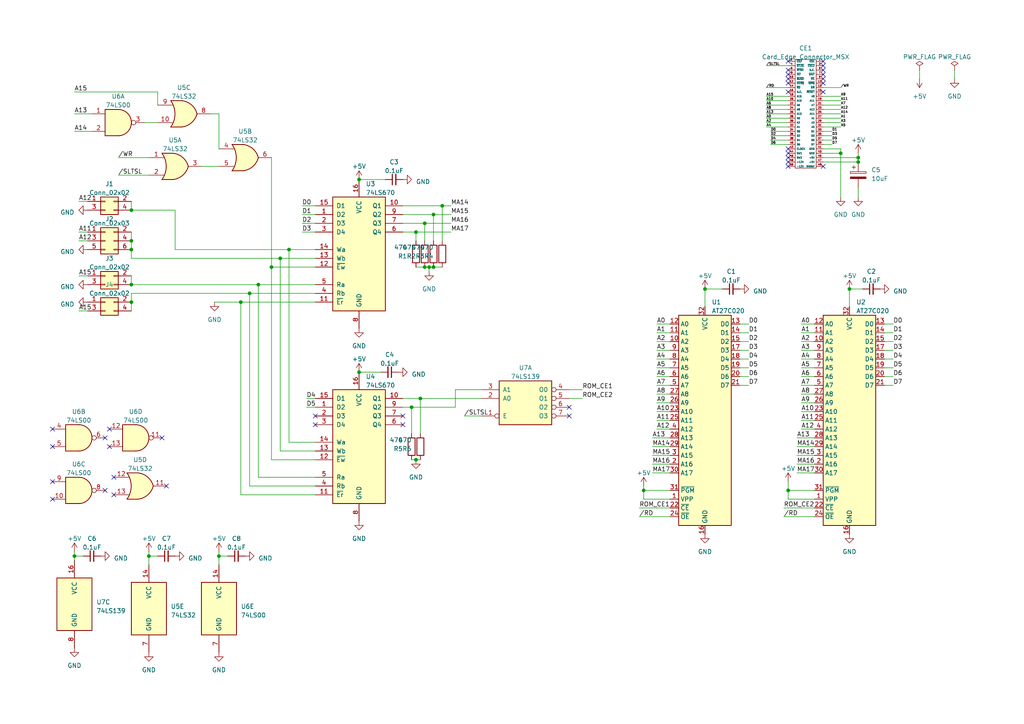
<source format=kicad_sch>
(kicad_sch (version 20230121) (generator eeschema)
  (paper "A4")
  (lib_symbols
    (symbol "74xx:74LS00" (pin_names (offset 1.016))
      (property "Reference" "U" (at 0 1.27 0))
      (property "Value" "74LS00" (at 0 -1.27 0))
      (symbol "74LS00_1_1"
        (pin input line (at -7.62 2.54 0) (length 3.81) (name "~") (number "1"))
        (pin input line (at -7.62 -2.54 0) (length 3.81) (name "~") (number "2"))
        (pin output inverted (at 7.62 0 180) (length 3.81) (name "~") (number "3"))
      )
      (symbol "74LS00_1_2"
        (pin input inverted (at -7.62 2.54 0) (length 4.318) (name "~") (number "1"))
        (pin input inverted (at -7.62 -2.54 0) (length 4.318) (name "~") (number "2"))
        (pin output line (at 7.62 0 180) (length 3.81) (name "~") (number "3"))
      )
      (symbol "74LS00_2_1"
        (pin input line (at -7.62 2.54 0) (length 3.81) (name "~") (number "4"))
        (pin input line (at -7.62 -2.54 0) (length 3.81) (name "~") (number "5"))
        (pin output inverted (at 7.62 0 180) (length 3.81) (name "~") (number "6"))
      )
      (symbol "74LS00_2_2"
        (pin input inverted (at -7.62 2.54 0) (length 4.318) (name "~") (number "4"))
        (pin input inverted (at -7.62 -2.54 0) (length 4.318) (name "~") (number "5"))
        (pin output line (at 7.62 0 180) (length 3.81) (name "~") (number "6"))
      )
      (symbol "74LS00_3_1"
        (pin input line (at -7.62 -2.54 0) (length 3.81) (name "~") (number "10"))
        (pin output inverted (at 7.62 0 180) (length 3.81) (name "~") (number "8"))
        (pin input line (at -7.62 2.54 0) (length 3.81) (name "~") (number "9"))
      )
      (symbol "74LS00_3_2"
        (pin input inverted (at -7.62 -2.54 0) (length 4.318) (name "~") (number "10"))
        (pin output line (at 7.62 0 180) (length 3.81) (name "~") (number "8"))
        (pin input inverted (at -7.62 2.54 0) (length 4.318) (name "~") (number "9"))
      )
      (symbol "74LS00_4_1"
        (pin output inverted (at 7.62 0 180) (length 3.81) (name "~") (number "11"))
        (pin input line (at -7.62 2.54 0) (length 3.81) (name "~") (number "12"))
        (pin input line (at -7.62 -2.54 0) (length 3.81) (name "~") (number "13"))
      )
      (symbol "74LS00_4_2"
        (pin output line (at 7.62 0 180) (length 3.81) (name "~") (number "11"))
        (pin input inverted (at -7.62 2.54 0) (length 4.318) (name "~") (number "12"))
        (pin input inverted (at -7.62 -2.54 0) (length 4.318) (name "~") (number "13"))
      )
      (symbol "74LS00_5_0"
        (pin power_in line (at 0 12.7 270) (length 5.08) (name "VCC") (number "14"))
        (pin power_in line (at 0 -12.7 90) (length 5.08) (name "GND") (number "7"))
      )
    )
    (symbol "74xx:74LS139" (pin_names (offset 1.016))
      (property "Reference" "U" (at -7.62 8.89 0))
      (property "Value" "74LS139" (at -7.62 -8.89 0))
      (symbol "74LS139_1_0"
        (pin input inverted (at -12.7 -5.08 0) (length 5.08) (name "E") (number "1"))
        (pin input line (at -12.7 0 0) (length 5.08) (name "A0") (number "2"))
        (pin input line (at -12.7 2.54 0) (length 5.08) (name "A1") (number "3"))
        (pin output inverted (at 12.7 2.54 180) (length 5.08) (name "O0") (number "4"))
        (pin output inverted (at 12.7 0 180) (length 5.08) (name "O1") (number "5"))
        (pin output inverted (at 12.7 -2.54 180) (length 5.08) (name "O2") (number "6"))
        (pin output inverted (at 12.7 -5.08 180) (length 5.08) (name "O3") (number "7"))
      )
      (symbol "74LS139_2_0"
        (pin output inverted (at 12.7 -2.54 180) (length 5.08) (name "O2") (number "10"))
        (pin output inverted (at 12.7 0 180) (length 5.08) (name "O1") (number "11"))
        (pin output inverted (at 12.7 2.54 180) (length 5.08) (name "O0") (number "12"))
        (pin input line (at -12.7 2.54 0) (length 5.08) (name "A1") (number "13"))
        (pin input line (at -12.7 0 0) (length 5.08) (name "A0") (number "14"))
        (pin input inverted (at -12.7 -5.08 0) (length 5.08) (name "E") (number "15"))
        (pin output inverted (at 12.7 -5.08 180) (length 5.08) (name "O3") (number "9"))
      )
      (symbol "74LS139_3_0"
        (pin power_in line (at 0 12.7 270) (length 5.08) (name "VCC") (number "16"))
        (pin power_in line (at 0 -12.7 90) (length 5.08) (name "GND") (number "8"))
      )
    )
    (symbol "74xx:74LS32" (pin_names (offset 1.016))
      (property "Reference" "U" (at 0 1.27 0))
      (property "Value" "74LS32" (at 0 -1.27 0))
      (symbol "74LS32_1_1"
        (pin input line (at -7.62 2.54 0) (length 4.318) (name "~") (number "1"))
        (pin input line (at -7.62 -2.54 0) (length 4.318) (name "~") (number "2"))
        (pin output line (at 7.62 0 180) (length 3.81) (name "~") (number "3"))
      )
      (symbol "74LS32_1_2"
        (pin input inverted (at -7.62 2.54 0) (length 3.81) (name "~") (number "1"))
        (pin input inverted (at -7.62 -2.54 0) (length 3.81) (name "~") (number "2"))
        (pin output inverted (at 7.62 0 180) (length 3.81) (name "~") (number "3"))
      )
      (symbol "74LS32_2_1"
        (pin input line (at -7.62 2.54 0) (length 4.318) (name "~") (number "4"))
        (pin input line (at -7.62 -2.54 0) (length 4.318) (name "~") (number "5"))
        (pin output line (at 7.62 0 180) (length 3.81) (name "~") (number "6"))
      )
      (symbol "74LS32_2_2"
        (pin input inverted (at -7.62 2.54 0) (length 3.81) (name "~") (number "4"))
        (pin input inverted (at -7.62 -2.54 0) (length 3.81) (name "~") (number "5"))
        (pin output inverted (at 7.62 0 180) (length 3.81) (name "~") (number "6"))
      )
      (symbol "74LS32_3_1"
        (pin input line (at -7.62 -2.54 0) (length 4.318) (name "~") (number "10"))
        (pin output line (at 7.62 0 180) (length 3.81) (name "~") (number "8"))
        (pin input line (at -7.62 2.54 0) (length 4.318) (name "~") (number "9"))
      )
      (symbol "74LS32_3_2"
        (pin input inverted (at -7.62 -2.54 0) (length 3.81) (name "~") (number "10"))
        (pin output inverted (at 7.62 0 180) (length 3.81) (name "~") (number "8"))
        (pin input inverted (at -7.62 2.54 0) (length 3.81) (name "~") (number "9"))
      )
      (symbol "74LS32_4_1"
        (pin output line (at 7.62 0 180) (length 3.81) (name "~") (number "11"))
        (pin input line (at -7.62 2.54 0) (length 4.318) (name "~") (number "12"))
        (pin input line (at -7.62 -2.54 0) (length 4.318) (name "~") (number "13"))
      )
      (symbol "74LS32_4_2"
        (pin output inverted (at 7.62 0 180) (length 3.81) (name "~") (number "11"))
        (pin input inverted (at -7.62 2.54 0) (length 3.81) (name "~") (number "12"))
        (pin input inverted (at -7.62 -2.54 0) (length 3.81) (name "~") (number "13"))
      )
      (symbol "74LS32_5_0"
        (pin power_in line (at 0 12.7 270) (length 5.08) (name "VCC") (number "14"))
        (pin power_in line (at 0 -12.7 90) (length 5.08) (name "GND") (number "7"))
      )
    )
    (symbol "74xx:74LS670" (pin_names (offset 1.016))
      (property "Reference" "U" (at -7.62 16.51 0))
      (property "Value" "74LS670" (at -7.62 -19.05 0))
      (symbol "74LS670_1_0"
        (pin input line (at -12.7 10.16 0) (length 5.08) (name "D2") (number "1"))
        (pin tri_state line (at 12.7 12.7 180) (length 5.08) (name "Q1") (number "10"))
        (pin input line (at -12.7 -15.24 0) (length 5.08) (name "~{Er}") (number "11"))
        (pin input line (at -12.7 -5.08 0) (length 5.08) (name "~{Ew}") (number "12"))
        (pin input line (at -12.7 -2.54 0) (length 5.08) (name "Wb") (number "13"))
        (pin input line (at -12.7 0 0) (length 5.08) (name "Wa") (number "14"))
        (pin input line (at -12.7 12.7 0) (length 5.08) (name "D1") (number "15"))
        (pin power_in line (at 0 20.32 270) (length 5.08) (name "VCC") (number "16"))
        (pin input line (at -12.7 7.62 0) (length 5.08) (name "D3") (number "2"))
        (pin input line (at -12.7 5.08 0) (length 5.08) (name "D4") (number "3"))
        (pin input line (at -12.7 -12.7 0) (length 5.08) (name "Rb") (number "4"))
        (pin input line (at -12.7 -10.16 0) (length 5.08) (name "Ra") (number "5"))
        (pin tri_state line (at 12.7 5.08 180) (length 5.08) (name "Q4") (number "6"))
        (pin tri_state line (at 12.7 7.62 180) (length 5.08) (name "Q3") (number "7"))
        (pin power_in line (at 0 -22.86 90) (length 5.08) (name "GND") (number "8"))
        (pin tri_state line (at 12.7 10.16 180) (length 5.08) (name "Q2") (number "9"))
      )
    )
    (symbol "Connector_Generic:Conn_02x02_Odd_Even" (pin_names (offset 1.016) hide)
      (property "Reference" "J" (at 1.27 2.54 0))
      (property "Value" "Conn_02x02_Odd_Even" (at 1.27 -5.08 0))
      (symbol "Conn_02x02_Odd_Even_1_1"
        (pin passive line (at -5.08 0 0) (length 3.81) (name "Pin_1") (number "1"))
        (pin passive line (at 7.62 0 180) (length 3.81) (name "Pin_2") (number "2"))
        (pin passive line (at -5.08 -2.54 0) (length 3.81) (name "Pin_3") (number "3"))
        (pin passive line (at 7.62 -2.54 180) (length 3.81) (name "Pin_4") (number "4"))
      )
    )
    (symbol "Connector_Generic:Conn_02x03_Odd_Even" (pin_names (offset 1.016) hide)
      (property "Reference" "J" (at 1.27 5.08 0))
      (property "Value" "Conn_02x03_Odd_Even" (at 1.27 -5.08 0))
      (symbol "Conn_02x03_Odd_Even_1_1"
        (pin passive line (at -5.08 2.54 0) (length 3.81) (name "Pin_1") (number "1"))
        (pin passive line (at 7.62 2.54 180) (length 3.81) (name "Pin_2") (number "2"))
        (pin passive line (at -5.08 0 0) (length 3.81) (name "Pin_3") (number "3"))
        (pin passive line (at 7.62 0 180) (length 3.81) (name "Pin_4") (number "4"))
        (pin passive line (at -5.08 -2.54 0) (length 3.81) (name "Pin_5") (number "5"))
        (pin passive line (at 7.62 -2.54 180) (length 3.81) (name "Pin_6") (number "6"))
      )
    )
    (symbol "Device:C_Polarized" (pin_numbers hide) (pin_names (offset 0.254))
      (property "Reference" "C" (at 0.635 2.54 0))
      (property "Value" "C_Polarized" (at 0.635 -2.54 0))
      (symbol "C_Polarized_1_1"
        (pin passive line (at 0 3.81 270) (length 2.794) (name "~") (number "1"))
        (pin passive line (at 0 -3.81 90) (length 2.794) (name "~") (number "2"))
      )
    )
    (symbol "Device:C_Small" (pin_numbers hide) (pin_names (offset 0.254) hide)
      (property "Reference" "C" (at 0.254 1.778 0))
      (property "Value" "C_Small" (at 0.254 -2.032 0))
      (symbol "C_Small_1_1"
        (pin passive line (at 0 2.54 270) (length 2.032) (name "~") (number "1"))
        (pin passive line (at 0 -2.54 90) (length 2.032) (name "~") (number "2"))
      )
    )
    (symbol "Device:R" (pin_numbers hide) (pin_names (offset 0))
      (property "Reference" "R" (at 2.032 0 90))
      (property "Value" "R" (at 0 0 90))
      (symbol "R_1_1"
        (pin passive line (at 0 3.81 270) (length 1.27) (name "~") (number "1"))
        (pin passive line (at 0 -3.81 90) (length 1.27) (name "~") (number "2"))
      )
    )
    (symbol "Memory_Flash_Custom:AT27C020"
      (property "Reference" "U" (at -7.62 31.75 0))
      (property "Value" "AT27C020" (at 2.54 -31.75 0))
      (symbol "AT27C020_1_1"
        (pin power_in line (at -10.16 -22.86 0) (length 2.54) (name "VPP") (number "1"))
        (pin input line (at -10.16 22.86 0) (length 2.54) (name "A2") (number "10"))
        (pin input line (at -10.16 25.4 0) (length 2.54) (name "A1") (number "11"))
        (pin input line (at -10.16 27.94 0) (length 2.54) (name "A0") (number "12"))
        (pin tri_state line (at 10.16 27.94 180) (length 2.54) (name "D0") (number "13"))
        (pin tri_state line (at 10.16 25.4 180) (length 2.54) (name "D1") (number "14"))
        (pin tri_state line (at 10.16 22.86 180) (length 2.54) (name "D2") (number "15"))
        (pin power_in line (at 0 -33.02 90) (length 2.54) (name "GND") (number "16"))
        (pin tri_state line (at 10.16 20.32 180) (length 2.54) (name "D3") (number "17"))
        (pin tri_state line (at 10.16 17.78 180) (length 2.54) (name "D4") (number "18"))
        (pin tri_state line (at 10.16 15.24 180) (length 2.54) (name "D5") (number "19"))
        (pin input line (at -10.16 -12.7 0) (length 2.54) (name "A16") (number "2"))
        (pin tri_state line (at 10.16 12.7 180) (length 2.54) (name "D6") (number "20"))
        (pin tri_state line (at 10.16 10.16 180) (length 2.54) (name "D7") (number "21"))
        (pin input line (at -10.16 -25.4 0) (length 2.54) (name "~{CE}") (number "22"))
        (pin input line (at -10.16 2.54 0) (length 2.54) (name "A10") (number "23"))
        (pin input line (at -10.16 -27.94 0) (length 2.54) (name "~{OE}") (number "24"))
        (pin input line (at -10.16 0 0) (length 2.54) (name "A11") (number "25"))
        (pin input line (at -10.16 5.08 0) (length 2.54) (name "A9") (number "26"))
        (pin input line (at -10.16 7.62 0) (length 2.54) (name "A8") (number "27"))
        (pin input line (at -10.16 -5.08 0) (length 2.54) (name "A13") (number "28"))
        (pin input line (at -10.16 -7.62 0) (length 2.54) (name "A14") (number "29"))
        (pin input line (at -10.16 -10.16 0) (length 2.54) (name "A15") (number "3"))
        (pin input line (at -10.16 -15.24 0) (length 2.54) (name "A17") (number "30"))
        (pin input line (at -10.16 -20.32 0) (length 2.54) (name "~{PGM}") (number "31"))
        (pin power_in line (at 0 33.02 270) (length 2.54) (name "VCC") (number "32"))
        (pin input line (at -10.16 -2.54 0) (length 2.54) (name "A12") (number "4"))
        (pin input line (at -10.16 10.16 0) (length 2.54) (name "A7") (number "5"))
        (pin input line (at -10.16 12.7 0) (length 2.54) (name "A6") (number "6"))
        (pin input line (at -10.16 15.24 0) (length 2.54) (name "A5") (number "7"))
        (pin input line (at -10.16 17.78 0) (length 2.54) (name "A4") (number "8"))
        (pin input line (at -10.16 20.32 0) (length 2.54) (name "A3") (number "9"))
      )
    )
    (symbol "card_edge_connector_msx:Card_Edge_Connector_MSX" (pin_names (offset 0.381))
      (property "Reference" "CE" (at 0 20.32 0))
      (property "Value" "Card_Edge_Connector_MSX" (at 0 -15.24 0))
      (symbol "Card_Edge_Connector_MSX_1_1"
        (pin unspecified line (at 5.08 17.78 180) (length 2.0066) (name "~{CS1}") (number "1"))
        (pin unspecified line (at -5.08 12.7 0) (length 2.0066) (name "~{BUSD}") (number "10"))
        (pin input line (at 5.08 11.43 180) (length 2.0066) (name "~{IORQ}") (number "11"))
        (pin unspecified line (at -5.08 11.43 0) (length 2.0066) (name "~{MERQ}") (number "12"))
        (pin output line (at 5.08 10.16 180) (length 2.0066) (name "~{WR}") (number "13"))
        (pin output line (at -5.08 10.16 0) (length 2.0066) (name "~{RD}") (number "14"))
        (pin input line (at 5.08 8.89 180) (length 2.0066) (name "~{RESET}") (number "15"))
        (pin unspecified line (at -5.08 8.89 0) (length 2.0066) (name "N.C.") (number "16"))
        (pin output line (at 5.08 7.62 180) (length 2.0066) (name "A9") (number "17"))
        (pin output line (at -5.08 7.62 0) (length 2.0066) (name "A15") (number "18"))
        (pin output line (at 5.08 6.35 180) (length 2.0066) (name "A11") (number "19"))
        (pin unspecified line (at -5.08 17.78 0) (length 2.0066) (name "~{CS2}") (number "2"))
        (pin output line (at -5.08 6.35 0) (length 2.0066) (name "A10") (number "20"))
        (pin output line (at 5.08 5.08 180) (length 2.0066) (name "A7") (number "21"))
        (pin output line (at -5.08 5.08 0) (length 2.0066) (name "A6") (number "22"))
        (pin output line (at 5.08 3.81 180) (length 2.0066) (name "A12") (number "23"))
        (pin output line (at -5.08 3.81 0) (length 2.0066) (name "A8") (number "24"))
        (pin output line (at 5.08 2.54 180) (length 2.0066) (name "A14") (number "25"))
        (pin output line (at -5.08 2.54 0) (length 2.0066) (name "A13") (number "26"))
        (pin output line (at 5.08 1.27 180) (length 2.0066) (name "A1") (number "27"))
        (pin output line (at -5.08 1.27 0) (length 2.0066) (name "A0") (number "28"))
        (pin output line (at 5.08 0 180) (length 2.0066) (name "A3") (number "29"))
        (pin unspecified line (at 5.08 16.51 180) (length 2.0066) (name "~{CS12}") (number "3"))
        (pin output line (at -5.08 0 0) (length 2.0066) (name "A2") (number "30"))
        (pin output line (at 5.08 -1.27 180) (length 2.0066) (name "A5") (number "31"))
        (pin output line (at -5.08 -1.27 0) (length 2.0066) (name "A4") (number "32"))
        (pin bidirectional line (at 5.08 -2.54 180) (length 2.0066) (name "D1") (number "33"))
        (pin bidirectional line (at -5.08 -2.54 0) (length 2.0066) (name "D0") (number "34"))
        (pin bidirectional line (at 5.08 -3.81 180) (length 2.0066) (name "D3") (number "35"))
        (pin bidirectional line (at -5.08 -3.81 0) (length 2.0066) (name "D2") (number "36"))
        (pin bidirectional line (at 5.08 -5.08 180) (length 2.0066) (name "D5") (number "37"))
        (pin bidirectional line (at -5.08 -5.08 0) (length 2.0066) (name "D4") (number "38"))
        (pin bidirectional line (at 5.08 -6.35 180) (length 2.0066) (name "D7") (number "39"))
        (pin output line (at -5.08 16.51 0) (length 2.0066) (name "~{STLSL}") (number "4"))
        (pin bidirectional line (at -5.08 -6.35 0) (length 2.0066) (name "D6") (number "40"))
        (pin power_in line (at 5.08 -7.62 180) (length 2.0066) (name "GND") (number "41"))
        (pin unspecified line (at -5.08 -7.62 0) (length 2.0066) (name "CLOCK") (number "42"))
        (pin power_in line (at 5.08 -8.89 180) (length 2.0066) (name "GND") (number "43"))
        (pin unspecified line (at -5.08 -8.89 0) (length 2.0066) (name "SW1") (number "44"))
        (pin power_in line (at 5.08 -10.16 180) (length 2.0066) (name "+5V") (number "45"))
        (pin unspecified line (at -5.08 -10.16 0) (length 2.0066) (name "SW2") (number "46"))
        (pin power_in line (at 5.08 -11.43 180) (length 2.0066) (name "+5V") (number "47"))
        (pin unspecified line (at -5.08 -11.43 0) (length 2.0066) (name "+12V") (number "48"))
        (pin unspecified line (at 5.08 -12.7 180) (length 2.0066) (name "SNDOUT") (number "49"))
        (pin unspecified line (at 5.08 15.24 180) (length 2.0066) (name "N.C.") (number "5"))
        (pin unspecified line (at -5.08 -12.7 0) (length 2.0066) (name "-12V") (number "50"))
        (pin unspecified line (at -5.08 15.24 0) (length 2.0066) (name "~{RFSH}") (number "6"))
        (pin unspecified line (at 5.08 13.97 180) (length 2.0066) (name "~{WAIT}") (number "7"))
        (pin input line (at -5.08 13.97 0) (length 2.0066) (name "~{INT}") (number "8"))
        (pin unspecified line (at 5.08 12.7 180) (length 2.0066) (name "~{M1}") (number "9"))
      )
    )
    (symbol "power:+5V" (power) (pin_names (offset 0))
      (property "Value" "+5V" (at 0 3.556 0))
      (symbol "+5V_1_1"
        (pin power_in line (at 0 0 90) (length 0) hide (name "+5V") (number "1"))
      )
    )
    (symbol "power:GND" (power) (pin_names (offset 0))
      (property "Value" "GND" (at 0 -3.81 0))
      (symbol "GND_1_1"
        (pin power_in line (at 0 0 270) (length 0) hide (name "GND") (number "1"))
      )
    )
    (symbol "power:PWR_FLAG" (power) (pin_numbers hide) (pin_names (offset 0) hide)
      (property "Value" "PWR_FLAG" (at 0 3.81 0))
      (symbol "PWR_FLAG_0_0"
        (pin power_out line (at 0 0 90) (length 0) (name "pwr") (number "1"))
      )
    )
  )
  (junction (at 121.92 115.57))
  (junction (at 246.38 83.82))
  (junction (at 124.46 77.47))
  (junction (at 248.92 45.72))
  (junction (at 21.59 161.29))
  (junction (at 72.39 85.09))
  (junction (at 83.82 72.39))
  (junction (at 38.1 60.96))
  (junction (at 69.85 87.63))
  (junction (at 38.1 82.55))
  (junction (at 81.28 74.93))
  (junction (at 123.19 64.77))
  (junction (at 74.93 82.55))
  (junction (at 78.74 77.47))
  (junction (at 228.6 142.24))
  (junction (at 120.65 67.31))
  (junction (at 38.1 69.85))
  (junction (at 125.73 62.23))
  (junction (at 123.19 77.47))
  (junction (at 104.14 52.07))
  (junction (at 104.14 107.95))
  (junction (at 186.69 142.24))
  (junction (at 38.1 72.39))
  (junction (at 120.65 133.35))
  (junction (at 125.73 77.47))
  (junction (at 128.27 59.69))
  (junction (at 119.38 118.11))
  (junction (at 63.5 161.29))
  (junction (at 243.84 44.45))
  (junction (at 248.92 46.99))
  (junction (at 38.1 87.63))
  (junction (at 204.47 83.82))
  (junction (at 43.18 161.29))
  (no_connect (at 116.84 123.19))
  (no_connect (at 228.6 48.26))
  (no_connect (at 228.6 17.78))
  (no_connect (at 15.24 124.46))
  (no_connect (at 238.76 19.05))
  (no_connect (at 228.6 43.18))
  (no_connect (at 228.6 21.59))
  (no_connect (at 228.6 46.99))
  (no_connect (at 165.1 120.65))
  (no_connect (at 238.76 48.26))
  (no_connect (at 238.76 20.32))
  (no_connect (at 116.84 120.65))
  (no_connect (at 31.75 129.54))
  (no_connect (at 238.76 26.67))
  (no_connect (at 228.6 22.86))
  (no_connect (at 238.76 17.78))
  (no_connect (at 15.24 139.7))
  (no_connect (at 228.6 44.45))
  (no_connect (at 15.24 144.78))
  (no_connect (at 15.24 129.54))
  (no_connect (at 228.6 20.32))
  (no_connect (at 228.6 26.67))
  (no_connect (at 30.48 127))
  (no_connect (at 31.75 124.46))
  (no_connect (at 91.44 120.65))
  (no_connect (at 228.6 24.13))
  (no_connect (at 30.48 142.24))
  (no_connect (at 48.26 140.97))
  (no_connect (at 238.76 24.13))
  (no_connect (at 91.44 123.19))
  (no_connect (at 33.02 138.43))
  (no_connect (at 165.1 118.11))
  (no_connect (at 238.76 21.59))
  (no_connect (at 46.99 127))
  (no_connect (at 238.76 22.86))
  (no_connect (at 33.02 143.51))
  (no_connect (at 228.6 45.72))
  (wire (pts (xy 190.5 121.92) (xy 194.31 121.92)))
  (wire (pts (xy 228.6 142.24) (xy 236.22 142.24)))
  (wire (pts (xy 119.38 118.11) (xy 119.38 125.73)))
  (wire (pts (xy 78.74 77.47) (xy 91.44 77.47)))
  (wire (pts (xy 232.41 96.52) (xy 236.22 96.52)))
  (wire (pts (xy 232.41 104.14) (xy 236.22 104.14)))
  (wire (pts (xy 119.38 133.35) (xy 120.65 133.35)))
  (wire (pts (xy 222.25 27.94) (xy 228.6 27.94)))
  (wire (pts (xy 21.59 38.1) (xy 26.67 38.1)))
  (wire (pts (xy 214.63 104.14) (xy 217.17 104.14)))
  (wire (pts (xy 116.84 62.23) (xy 125.73 62.23)))
  (wire (pts (xy 228.6 144.78) (xy 228.6 142.24)))
  (wire (pts (xy 78.74 77.47) (xy 78.74 133.35)))
  (wire (pts (xy 34.29 50.8) (xy 43.18 50.8)))
  (wire (pts (xy 190.5 99.06) (xy 194.31 99.06)))
  (wire (pts (xy 74.93 82.55) (xy 91.44 82.55)))
  (wire (pts (xy 190.5 116.84) (xy 194.31 116.84)))
  (wire (pts (xy 38.1 80.01) (xy 38.1 82.55)))
  (wire (pts (xy 243.84 30.48) (xy 238.76 30.48)))
  (wire (pts (xy 128.27 59.69) (xy 128.27 69.85)))
  (wire (pts (xy 223.52 39.37) (xy 228.6 39.37)))
  (wire (pts (xy 63.5 160.02) (xy 63.5 161.29)))
  (wire (pts (xy 231.14 137.16) (xy 236.22 137.16)))
  (wire (pts (xy 120.65 67.31) (xy 120.65 69.85)))
  (wire (pts (xy 248.92 54.61) (xy 248.92 57.15)))
  (wire (pts (xy 38.1 74.93) (xy 38.1 72.39)))
  (wire (pts (xy 121.92 115.57) (xy 139.7 115.57)))
  (wire (pts (xy 232.41 124.46) (xy 236.22 124.46)))
  (wire (pts (xy 194.31 144.78) (xy 186.69 144.78)))
  (wire (pts (xy 204.47 83.82) (xy 209.55 83.82)))
  (wire (pts (xy 69.85 87.63) (xy 69.85 143.51)))
  (wire (pts (xy 50.8 72.39) (xy 50.8 60.96)))
  (wire (pts (xy 259.08 101.6) (xy 256.54 101.6)))
  (wire (pts (xy 83.82 72.39) (xy 50.8 72.39)))
  (wire (pts (xy 38.1 67.31) (xy 38.1 69.85)))
  (wire (pts (xy 125.73 62.23) (xy 125.73 69.85)))
  (wire (pts (xy 74.93 138.43) (xy 74.93 82.55)))
  (wire (pts (xy 256.54 104.14) (xy 259.08 104.14)))
  (wire (pts (xy 22.86 80.01) (xy 25.4 80.01)))
  (wire (pts (xy 259.08 109.22) (xy 256.54 109.22)))
  (wire (pts (xy 189.23 127) (xy 194.31 127)))
  (wire (pts (xy 190.5 111.76) (xy 194.31 111.76)))
  (wire (pts (xy 223.52 38.1) (xy 228.6 38.1)))
  (wire (pts (xy 256.54 96.52) (xy 259.08 96.52)))
  (wire (pts (xy 238.76 41.91) (xy 241.3 41.91)))
  (wire (pts (xy 60.96 33.02) (xy 63.5 33.02)))
  (wire (pts (xy 22.86 67.31) (xy 25.4 67.31)))
  (wire (pts (xy 41.91 35.56) (xy 45.72 35.56)))
  (wire (pts (xy 243.84 27.94) (xy 238.76 27.94)))
  (wire (pts (xy 104.14 107.95) (xy 110.49 107.95)))
  (wire (pts (xy 222.25 35.56) (xy 228.6 35.56)))
  (wire (pts (xy 223.52 40.64) (xy 228.6 40.64)))
  (wire (pts (xy 190.5 96.52) (xy 194.31 96.52)))
  (wire (pts (xy 190.5 119.38) (xy 194.31 119.38)))
  (wire (pts (xy 190.5 93.98) (xy 194.31 93.98)))
  (wire (pts (xy 78.74 133.35) (xy 91.44 133.35)))
  (wire (pts (xy 232.41 111.76) (xy 236.22 111.76)))
  (wire (pts (xy 238.76 38.1) (xy 241.3 38.1)))
  (wire (pts (xy 214.63 106.68) (xy 217.17 106.68)))
  (wire (pts (xy 88.9 118.11) (xy 91.44 118.11)))
  (wire (pts (xy 232.41 99.06) (xy 236.22 99.06)))
  (wire (pts (xy 38.1 58.42) (xy 38.1 60.96)))
  (wire (pts (xy 222.25 31.75) (xy 228.6 31.75)))
  (wire (pts (xy 190.5 109.22) (xy 194.31 109.22)))
  (wire (pts (xy 50.8 60.96) (xy 38.1 60.96)))
  (wire (pts (xy 22.86 90.17) (xy 25.4 90.17)))
  (wire (pts (xy 21.59 161.29) (xy 24.13 161.29)))
  (wire (pts (xy 189.23 134.62) (xy 194.31 134.62)))
  (wire (pts (xy 120.65 67.31) (xy 130.81 67.31)))
  (wire (pts (xy 58.42 48.26) (xy 63.5 48.26)))
  (wire (pts (xy 243.84 35.56) (xy 238.76 35.56)))
  (wire (pts (xy 248.92 45.72) (xy 248.92 44.45)))
  (wire (pts (xy 128.27 59.69) (xy 130.81 59.69)))
  (wire (pts (xy 190.5 104.14) (xy 194.31 104.14)))
  (wire (pts (xy 185.42 149.86) (xy 194.31 149.86)))
  (wire (pts (xy 63.5 161.29) (xy 63.5 163.83)))
  (wire (pts (xy 243.84 43.18) (xy 243.84 44.45)))
  (wire (pts (xy 256.54 99.06) (xy 259.08 99.06)))
  (wire (pts (xy 121.92 115.57) (xy 121.92 125.73)))
  (wire (pts (xy 231.14 129.54) (xy 236.22 129.54)))
  (wire (pts (xy 83.82 128.27) (xy 91.44 128.27)))
  (wire (pts (xy 246.38 83.82) (xy 246.38 88.9)))
  (wire (pts (xy 238.76 44.45) (xy 243.84 44.45)))
  (wire (pts (xy 43.18 160.02) (xy 43.18 161.29)))
  (wire (pts (xy 227.33 149.86) (xy 236.22 149.86)))
  (wire (pts (xy 38.1 69.85) (xy 38.1 72.39)))
  (wire (pts (xy 38.1 87.63) (xy 38.1 90.17)))
  (wire (pts (xy 228.6 139.7) (xy 228.6 142.24)))
  (wire (pts (xy 22.86 58.42) (xy 25.4 58.42)))
  (wire (pts (xy 120.65 133.35) (xy 121.92 133.35)))
  (wire (pts (xy 217.17 101.6) (xy 214.63 101.6)))
  (wire (pts (xy 81.28 74.93) (xy 81.28 130.81)))
  (wire (pts (xy 231.14 132.08) (xy 236.22 132.08)))
  (wire (pts (xy 238.76 40.64) (xy 241.3 40.64)))
  (wire (pts (xy 121.92 115.57) (xy 116.84 115.57)))
  (wire (pts (xy 186.69 144.78) (xy 186.69 142.24)))
  (wire (pts (xy 246.38 83.82) (xy 250.19 83.82)))
  (wire (pts (xy 21.59 160.02) (xy 21.59 161.29)))
  (wire (pts (xy 134.62 120.65) (xy 139.7 120.65)))
  (wire (pts (xy 22.86 69.85) (xy 25.4 69.85)))
  (wire (pts (xy 232.41 109.22) (xy 236.22 109.22)))
  (wire (pts (xy 34.29 45.72) (xy 43.18 45.72)))
  (wire (pts (xy 87.63 59.69) (xy 91.44 59.69)))
  (wire (pts (xy 243.84 25.4) (xy 238.76 25.4)))
  (wire (pts (xy 231.14 127) (xy 236.22 127)))
  (wire (pts (xy 81.28 74.93) (xy 91.44 74.93)))
  (wire (pts (xy 78.74 45.72) (xy 78.74 77.47)))
  (wire (pts (xy 238.76 45.72) (xy 248.92 45.72)))
  (wire (pts (xy 232.41 116.84) (xy 236.22 116.84)))
  (wire (pts (xy 232.41 119.38) (xy 236.22 119.38)))
  (wire (pts (xy 243.84 44.45) (xy 243.84 57.15)))
  (wire (pts (xy 222.25 29.21) (xy 228.6 29.21)))
  (wire (pts (xy 217.17 93.98) (xy 214.63 93.98)))
  (wire (pts (xy 238.76 34.29) (xy 243.84 34.29)))
  (wire (pts (xy 227.33 147.32) (xy 236.22 147.32)))
  (wire (pts (xy 276.86 20.32) (xy 276.86 22.86)))
  (wire (pts (xy 238.76 39.37) (xy 241.3 39.37)))
  (wire (pts (xy 83.82 72.39) (xy 83.82 128.27)))
  (wire (pts (xy 259.08 93.98) (xy 256.54 93.98)))
  (wire (pts (xy 243.84 29.21) (xy 238.76 29.21)))
  (wire (pts (xy 232.41 93.98) (xy 236.22 93.98)))
  (wire (pts (xy 91.44 138.43) (xy 74.93 138.43)))
  (wire (pts (xy 232.41 114.3) (xy 236.22 114.3)))
  (wire (pts (xy 139.7 113.03) (xy 132.08 113.03)))
  (wire (pts (xy 243.84 31.75) (xy 238.76 31.75)))
  (wire (pts (xy 243.84 33.02) (xy 238.76 33.02)))
  (wire (pts (xy 120.65 77.47) (xy 123.19 77.47)))
  (wire (pts (xy 238.76 43.18) (xy 243.84 43.18)))
  (wire (pts (xy 72.39 85.09) (xy 91.44 85.09)))
  (wire (pts (xy 81.28 130.81) (xy 91.44 130.81)))
  (wire (pts (xy 119.38 118.11) (xy 132.08 118.11)))
  (wire (pts (xy 185.42 147.32) (xy 194.31 147.32)))
  (wire (pts (xy 62.23 87.63) (xy 69.85 87.63)))
  (wire (pts (xy 190.5 106.68) (xy 194.31 106.68)))
  (wire (pts (xy 190.5 101.6) (xy 194.31 101.6)))
  (wire (pts (xy 116.84 59.69) (xy 128.27 59.69)))
  (wire (pts (xy 222.25 36.83) (xy 228.6 36.83)))
  (wire (pts (xy 87.63 62.23) (xy 91.44 62.23)))
  (wire (pts (xy 189.23 132.08) (xy 194.31 132.08)))
  (wire (pts (xy 38.1 82.55) (xy 74.93 82.55)))
  (wire (pts (xy 204.47 83.82) (xy 204.47 88.9)))
  (wire (pts (xy 88.9 115.57) (xy 91.44 115.57)))
  (wire (pts (xy 232.41 121.92) (xy 236.22 121.92)))
  (wire (pts (xy 125.73 77.47) (xy 128.27 77.47)))
  (wire (pts (xy 222.25 19.05) (xy 228.6 19.05)))
  (wire (pts (xy 124.46 77.47) (xy 124.46 78.74)))
  (wire (pts (xy 238.76 46.99) (xy 248.92 46.99)))
  (wire (pts (xy 72.39 140.97) (xy 72.39 85.09)))
  (wire (pts (xy 123.19 77.47) (xy 124.46 77.47)))
  (wire (pts (xy 190.5 114.3) (xy 194.31 114.3)))
  (wire (pts (xy 38.1 85.09) (xy 38.1 87.63)))
  (wire (pts (xy 69.85 143.51) (xy 91.44 143.51)))
  (wire (pts (xy 223.52 41.91) (xy 228.6 41.91)))
  (wire (pts (xy 256.54 111.76) (xy 259.08 111.76)))
  (wire (pts (xy 124.46 77.47) (xy 125.73 77.47)))
  (wire (pts (xy 21.59 33.02) (xy 26.67 33.02)))
  (wire (pts (xy 222.25 30.48) (xy 228.6 30.48)))
  (wire (pts (xy 38.1 74.93) (xy 81.28 74.93)))
  (wire (pts (xy 189.23 137.16) (xy 194.31 137.16)))
  (wire (pts (xy 165.1 113.03) (xy 168.91 113.03)))
  (wire (pts (xy 91.44 140.97) (xy 72.39 140.97)))
  (wire (pts (xy 243.84 36.83) (xy 238.76 36.83)))
  (wire (pts (xy 266.7 20.32) (xy 266.7 22.86)))
  (wire (pts (xy 63.5 161.29) (xy 66.04 161.29)))
  (wire (pts (xy 116.84 118.11) (xy 119.38 118.11)))
  (wire (pts (xy 104.14 52.07) (xy 111.76 52.07)))
  (wire (pts (xy 116.84 67.31) (xy 120.65 67.31)))
  (wire (pts (xy 45.72 26.67) (xy 45.72 30.48)))
  (wire (pts (xy 214.63 99.06) (xy 217.17 99.06)))
  (wire (pts (xy 38.1 85.09) (xy 72.39 85.09)))
  (wire (pts (xy 186.69 142.24) (xy 194.31 142.24)))
  (wire (pts (xy 43.18 161.29) (xy 43.18 163.83)))
  (wire (pts (xy 165.1 115.57) (xy 168.91 115.57)))
  (wire (pts (xy 21.59 26.67) (xy 45.72 26.67)))
  (wire (pts (xy 232.41 101.6) (xy 236.22 101.6)))
  (wire (pts (xy 186.69 140.97) (xy 186.69 142.24)))
  (wire (pts (xy 214.63 111.76) (xy 217.17 111.76)))
  (wire (pts (xy 231.14 134.62) (xy 236.22 134.62)))
  (wire (pts (xy 222.25 34.29) (xy 228.6 34.29)))
  (wire (pts (xy 123.19 64.77) (xy 130.81 64.77)))
  (wire (pts (xy 83.82 72.39) (xy 91.44 72.39)))
  (wire (pts (xy 116.84 64.77) (xy 123.19 64.77)))
  (wire (pts (xy 91.44 87.63) (xy 69.85 87.63)))
  (wire (pts (xy 63.5 33.02) (xy 63.5 43.18)))
  (wire (pts (xy 87.63 67.31) (xy 91.44 67.31)))
  (wire (pts (xy 123.19 64.77) (xy 123.19 69.85)))
  (wire (pts (xy 190.5 124.46) (xy 194.31 124.46)))
  (wire (pts (xy 132.08 118.11) (xy 132.08 113.03)))
  (wire (pts (xy 256.54 106.68) (xy 259.08 106.68)))
  (wire (pts (xy 248.92 46.99) (xy 248.92 45.72)))
  (wire (pts (xy 232.41 106.68) (xy 236.22 106.68)))
  (wire (pts (xy 214.63 96.52) (xy 217.17 96.52)))
  (wire (pts (xy 217.17 109.22) (xy 214.63 109.22)))
  (wire (pts (xy 87.63 64.77) (xy 91.44 64.77)))
  (wire (pts (xy 189.23 129.54) (xy 194.31 129.54)))
  (wire (pts (xy 222.25 25.4) (xy 228.6 25.4)))
  (wire (pts (xy 222.25 33.02) (xy 228.6 33.02)))
  (wire (pts (xy 21.59 161.29) (xy 21.59 162.56)))
  (wire (pts (xy 43.18 161.29) (xy 45.72 161.29)))
  (wire (pts (xy 125.73 62.23) (xy 130.81 62.23)))
  (wire (pts (xy 236.22 144.78) (xy 228.6 144.78)))
  (label "D0" (at 87.63 59.69 0))
  (label "A2" (at 232.41 99.06 0))
  (label "MA14" (at 231.14 129.54 0))
  (label "A10" (at 222.25 29.21 0) (effects (font (size 0.7 0.7))))
  (label "D0" (at 259.08 93.98 0))
  (label "A1" (at 243.84 34.29 0) (effects (font (size 0.7 0.7))))
  (label "A12" (at 190.5 124.46 0))
  (label "D5" (at 217.17 106.68 0))
  (label "A3" (at 190.5 101.6 0))
  (label "A11" (at 232.41 121.92 0))
  (label "D2" (at 87.63 64.77 0))
  (label "ROM_CE2" (at 168.91 115.57 0))
  (label "D1" (at 87.63 62.23 0))
  (label "{slash}RD" (at 222.25 25.4 0) (effects (font (size 0.7 0.7))))
  (label "D4" (at 259.08 104.14 0))
  (label "A12" (at 22.86 58.42 0))
  (label "A11" (at 22.86 67.31 0))
  (label "D4" (at 223.52 40.64 0) (effects (font (size 0.7 0.7))))
  (label "A1" (at 232.41 96.52 0))
  (label "A12" (at 232.41 124.46 0))
  (label "A13" (at 189.23 127 0))
  (label "A5" (at 243.84 36.83 0) (effects (font (size 0.7 0.7))))
  (label "A4" (at 232.41 104.14 0))
  (label "{slash}SLTSL" (at 222.25 19.05 0) (effects (font (size 0.7 0.7))))
  (label "D3" (at 87.63 67.31 0))
  (label "D3" (at 241.3 39.37 0) (effects (font (size 0.7 0.7))))
  (label "D6" (at 223.52 41.91 0) (effects (font (size 0.7 0.7))))
  (label "A5" (at 190.5 106.68 0))
  (label "A9" (at 243.84 27.94 0) (effects (font (size 0.7 0.7))))
  (label "D5" (at 88.9 118.11 0))
  (label "MA17" (at 231.14 137.16 0))
  (label "A9" (at 232.41 116.84 0))
  (label "MA17" (at 130.81 67.31 0))
  (label "A3" (at 243.84 35.56 0) (effects (font (size 0.7 0.7))))
  (label "A0" (at 222.25 34.29 0) (effects (font (size 0.7 0.7))))
  (label "MA16" (at 130.81 64.77 0))
  (label "MA15" (at 130.81 62.23 0))
  (label "ROM_CE2" (at 227.33 147.32 0))
  (label "D5" (at 241.3 40.64 0) (effects (font (size 0.7 0.7))))
  (label "A7" (at 190.5 111.76 0))
  (label "D1" (at 241.3 38.1 0) (effects (font (size 0.7 0.7))))
  (label "A8" (at 222.25 31.75 0) (effects (font (size 0.7 0.7))))
  (label "D3" (at 217.17 101.6 0))
  (label "D7" (at 259.08 111.76 0))
  (label "A11" (at 190.5 121.92 0))
  (label "A15" (at 22.86 80.01 0))
  (label "{slash}RD" (at 185.42 149.86 0))
  (label "A4" (at 222.25 36.83 0) (effects (font (size 0.7 0.7))))
  (label "A6" (at 190.5 109.22 0))
  (label "A2" (at 222.25 35.56 0) (effects (font (size 0.7 0.7))))
  (label "{slash}RD" (at 227.33 149.86 0))
  (label "A15" (at 222.25 27.94 0) (effects (font (size 0.7 0.7))))
  (label "MA14" (at 130.81 59.69 0))
  (label "D4" (at 88.9 115.57 0))
  (label "A0" (at 232.41 93.98 0))
  (label "A8" (at 232.41 114.3 0))
  (label "A7" (at 232.41 111.76 0))
  (label "D2" (at 259.08 99.06 0))
  (label "A13" (at 222.25 33.02 0) (effects (font (size 0.7 0.7))))
  (label "A15" (at 22.86 90.17 0))
  (label "{slash}WR" (at 243.84 25.4 0) (effects (font (size 0.7 0.7))))
  (label "MA14" (at 189.23 129.54 0))
  (label "MA17" (at 189.23 137.16 0))
  (label "A14" (at 243.84 33.02 0) (effects (font (size 0.7 0.7))))
  (label "A10" (at 190.5 119.38 0))
  (label "A1" (at 190.5 96.52 0))
  (label "A0" (at 190.5 93.98 0))
  (label "A12" (at 22.86 69.85 0))
  (label "D1" (at 217.17 96.52 0))
  (label "D0" (at 223.52 38.1 0) (effects (font (size 0.7 0.7))))
  (label "D7" (at 217.17 111.76 0))
  (label "A5" (at 232.41 106.68 0))
  (label "A14" (at 21.59 38.1 0))
  (label "A6" (at 232.41 109.22 0))
  (label "A11" (at 243.84 29.21 0) (effects (font (size 0.7 0.7))))
  (label "ROM_CE1" (at 168.91 113.03 0))
  (label "D0" (at 217.17 93.98 0))
  (label "D3" (at 259.08 101.6 0))
  (label "A6" (at 222.25 30.48 0) (effects (font (size 0.7 0.7))))
  (label "D6" (at 217.17 109.22 0))
  (label "A9" (at 190.5 116.84 0))
  (label "D6" (at 259.08 109.22 0))
  (label "D4" (at 217.17 104.14 0))
  (label "A2" (at 190.5 99.06 0))
  (label "A10" (at 232.41 119.38 0))
  (label "ROM_CE1" (at 185.42 147.32 0))
  (label "A4" (at 190.5 104.14 0))
  (label "MA16" (at 231.14 134.62 0))
  (label "{slash}WR" (at 34.29 45.72 0))
  (label "D7" (at 241.3 41.91 0) (effects (font (size 0.7 0.7))))
  (label "D5" (at 259.08 106.68 0))
  (label "A15" (at 21.59 26.67 0))
  (label "A3" (at 232.41 101.6 0))
  (label "MA15" (at 231.14 132.08 0))
  (label "D1" (at 259.08 96.52 0))
  (label "A13" (at 231.14 127 0))
  (label "MA15" (at 189.23 132.08 0))
  (label "D2" (at 223.52 39.37 0) (effects (font (size 0.7 0.7))))
  (label "{slash}SLTSL" (at 134.62 120.65 0))
  (label "D2" (at 217.17 99.06 0))
  (label "A13" (at 21.59 33.02 0))
  (label "A12" (at 243.84 31.75 0) (effects (font (size 0.7 0.7))))
  (label "{slash}SLTSL" (at 34.29 50.8 0))
  (label "A8" (at 190.5 114.3 0))
  (label "A7" (at 243.84 30.48 0) (effects (font (size 0.7 0.7))))
  (label "MA16" (at 189.23 134.62 0))
  (symbol (lib_id "Memory_Flash_Custom:AT27C020") (at 204.47 121.92 0) (unit 1)
    (property "Reference" "U1" (at 206.4259 87.63 0) (effects (justify left)))
    (property "Value" "AT27C020" (at 206.4259 90.17 0) (effects (justify left)))
    (property "Footprint" "Package_LCC:PLCC-32_THT-Socket" (effects hide))
  )
  (symbol (lib_id "74xx:74LS32") (at 43.18 176.53 0) (unit 5)
    (property "Reference" "U5" (at 49.53 175.895 0) (effects (justify left)))
    (property "Value" "74LS32" (at 49.53 178.435 0) (effects (justify left)))
    (property "Footprint" "Package_DIP:DIP-14_W7.62mm_Socket" (effects hide))
    (property "Datasheet" "http://www.ti.com/lit/gpn/sn74LS32" (effects hide))
  )
  (symbol (lib_id "Device:R") (at 120.65 73.66 180) (unit 1)
    (property "Reference" "R1" (at 118.11 74.295 0) (effects (justify left)))
    (property "Value" "470" (at 118.11 71.755 0) (effects (justify left)))
    (property "Footprint" "Resistor_THT:R_Axial_DIN0207_L6.3mm_D2.5mm_P10.16mm_Horizontal" (effects hide))
  )
  (symbol (lib_id "Connector_Generic:Conn_02x03_Odd_Even") (at 30.48 69.85 0) (unit 1)
    (property "Reference" "J2" (at 31.75 63.5 0))
    (property "Value" "Conn_02x03" (at 31.75 64.77 0))
    (property "Footprint" "Connector_PinHeader_2.54mm:PinHeader_2x03_P2.54mm_Vertical" (effects hide))
  )
  (symbol (lib_id "power:GND") (at 204.47 154.94 0) (unit 1)
    (property "Reference" "#PWR025" (effects hide))
    (property "Value" "GND" (at 204.47 160.02 0))
  )
  (symbol (lib_id "74xx:74LS32") (at 53.34 33.02 0) (unit 3)
    (property "Reference" "U5" (at 53.34 25.4 0))
    (property "Value" "74LS32" (at 53.34 27.94 0))
    (property "Footprint" "Package_DIP:DIP-14_W7.62mm_Socket" (effects hide))
    (property "Datasheet" "http://www.ti.com/lit/gpn/sn74LS32" (effects hide))
  )
  (symbol (lib_id "power:GND") (at 255.27 83.82 90) (unit 1)
    (property "Reference" "#PWR015" (effects hide))
    (property "Value" "GND" (at 259.08 84.455 90) (effects (justify right)))
  )
  (symbol (lib_id "power:+5V") (at 104.14 52.07 0) (unit 1)
    (property "Reference" "#PWR04" (effects hide))
    (property "Value" "+5V" (at 104.14 48.26 0))
  )
  (symbol (lib_id "Device:R") (at 128.27 73.66 180) (unit 1)
    (property "Reference" "R4" (at 125.73 74.295 0) (effects (justify left)))
    (property "Value" "470" (at 125.73 71.755 0) (effects (justify left)))
    (property "Footprint" "Resistor_THT:R_Axial_DIN0207_L6.3mm_D2.5mm_P10.16mm_Horizontal" (effects hide))
  )
  (symbol (lib_id "Device:C_Small") (at 212.09 83.82 90) (unit 1)
    (property "Reference" "C1" (at 212.0963 78.74 90))
    (property "Value" "0.1uF" (at 212.0963 81.28 90))
    (property "Footprint" "Capacitor_THT:C_Disc_D6.0mm_W2.5mm_P5.00mm" (effects hide))
    (property "Sim.Device" "C" (effects hide))
    (property "Sim.Pins" "1=+ 2=-" (effects hide))
  )
  (symbol (lib_id "Device:C_Polarized") (at 248.92 50.8 0) (unit 1)
    (property "Reference" "C5" (at 252.73 49.276 0) (effects (justify left)))
    (property "Value" "10uF" (at 252.73 51.816 0) (effects (justify left)))
    (property "Footprint" "Capacitor_THT:CP_Radial_D5.0mm_P2.50mm" (effects hide))
  )
  (symbol (lib_id "Device:C_Small") (at 114.3 52.07 90) (unit 1)
    (property "Reference" "C3" (at 114.3063 46.99 90))
    (property "Value" "0.1uF" (at 114.3063 49.53 90))
    (property "Footprint" "Capacitor_THT:C_Disc_D6.0mm_W2.5mm_P5.00mm" (effects hide))
    (property "Sim.Device" "C" (effects hide))
    (property "Sim.Pins" "1=+ 2=-" (effects hide))
  )
  (symbol (lib_id "Device:R") (at 121.92 129.54 180) (unit 1)
    (property "Reference" "R6" (at 119.38 130.175 0) (effects (justify left)))
    (property "Value" "470" (at 119.38 127.635 0) (effects (justify left)))
    (property "Footprint" "Resistor_THT:R_Axial_DIN0207_L6.3mm_D2.5mm_P10.16mm_Horizontal" (effects hide))
  )
  (symbol (lib_id "power:GND") (at 104.14 151.13 0) (unit 1)
    (property "Reference" "#PWR024" (effects hide))
    (property "Value" "GND" (at 104.14 156.21 0))
  )
  (symbol (lib_id "power:+5V") (at 228.6 139.7 0) (unit 1)
    (property "Reference" "#PWR022" (effects hide))
    (property "Value" "+5V" (at 228.6 135.89 0))
  )
  (symbol (lib_id "power:GND") (at 50.8 161.29 90) (unit 1)
    (property "Reference" "#PWR031" (effects hide))
    (property "Value" "GND" (at 54.61 161.925 90) (effects (justify right)))
  )
  (symbol (lib_id "power:GND") (at 116.84 52.07 90) (unit 1)
    (property "Reference" "#PWR05" (effects hide))
    (property "Value" "GND" (at 120.65 52.705 90) (effects (justify right)))
  )
  (symbol (lib_id "Device:C_Small") (at 48.26 161.29 90) (unit 1)
    (property "Reference" "C7" (at 48.2663 156.21 90))
    (property "Value" "0.1uF" (at 48.2663 158.75 90))
    (property "Footprint" "Capacitor_THT:C_Disc_D6.0mm_W2.5mm_P5.00mm" (effects hide))
    (property "Sim.Device" "C" (effects hide))
    (property "Sim.Pins" "1=+ 2=-" (effects hide))
  )
  (symbol (lib_id "Connector_Generic:Conn_02x02_Odd_Even") (at 30.48 80.01 0) (unit 1)
    (property "Reference" "J3" (at 31.75 74.93 0))
    (property "Value" "Conn_02x02" (at 31.75 77.47 0))
    (property "Footprint" "Connector_PinHeader_2.54mm:PinHeader_2x02_P2.54mm_Vertical" (effects hide))
  )
  (symbol (lib_id "power:GND") (at 71.12 161.29 90) (unit 1)
    (property "Reference" "#PWR032" (effects hide))
    (property "Value" "GND" (at 74.93 161.925 90) (effects (justify right)))
  )
  (symbol (lib_id "power:GND") (at 21.59 187.96 0) (unit 1)
    (property "Reference" "#PWR033" (effects hide))
    (property "Value" "GND" (at 21.59 193.04 0))
  )
  (symbol (lib_id "74xx:74LS32") (at 71.12 45.72 0) (unit 2)
    (property "Reference" "U5" (at 71.12 38.1 0))
    (property "Value" "74LS32" (at 71.12 40.64 0))
    (property "Footprint" "Package_DIP:DIP-14_W7.62mm_Socket" (effects hide))
    (property "Datasheet" "http://www.ti.com/lit/gpn/sn74LS32" (effects hide))
  )
  (symbol (lib_id "74xx:74LS00") (at 63.5 176.53 0) (unit 5)
    (property "Reference" "U6" (at 69.85 175.895 0) (effects (justify left)))
    (property "Value" "74LS00" (at 69.85 178.435 0) (effects (justify left)))
    (property "Footprint" "Package_DIP:DIP-14_W7.62mm_Socket" (effects hide))
    (property "Datasheet" "http://www.ti.com/lit/gpn/sn74ls00" (effects hide))
  )
  (symbol (lib_id "power:+5V") (at 63.5 160.02 0) (unit 1)
    (property "Reference" "#PWR029" (effects hide))
    (property "Value" "+5V" (at 63.5 156.21 0))
  )
  (symbol (lib_id "Device:C_Small") (at 252.73 83.82 90) (unit 1)
    (property "Reference" "C2" (at 252.7363 78.74 90))
    (property "Value" "0.1uF" (at 252.7363 81.28 90))
    (property "Footprint" "Capacitor_THT:C_Disc_D6.0mm_W2.5mm_P5.00mm" (effects hide))
    (property "Sim.Device" "C" (effects hide))
    (property "Sim.Pins" "1=+ 2=-" (effects hide))
  )
  (symbol (lib_id "Device:R") (at 119.38 129.54 180) (unit 1)
    (property "Reference" "R5" (at 116.84 130.175 0) (effects (justify left)))
    (property "Value" "470" (at 116.84 127.635 0) (effects (justify left)))
    (property "Footprint" "Resistor_THT:R_Axial_DIN0207_L6.3mm_D2.5mm_P10.16mm_Horizontal" (effects hide))
  )
  (symbol (lib_id "power:GND") (at 276.86 22.86 0) (unit 1)
    (property "Reference" "#PWR02" (effects hide))
    (property "Value" "GND" (at 276.86 27.94 0))
  )
  (symbol (lib_id "power:GND") (at 214.63 83.82 90) (unit 1)
    (property "Reference" "#PWR013" (effects hide))
    (property "Value" "GND" (at 218.44 84.455 90) (effects (justify right)))
  )
  (symbol (lib_id "74xx:74LS32") (at 50.8 48.26 0) (unit 1)
    (property "Reference" "U5" (at 50.8 40.64 0))
    (property "Value" "74LS32" (at 50.8 43.18 0))
    (property "Footprint" "Package_DIP:DIP-14_W7.62mm_Socket" (effects hide))
    (property "Datasheet" "http://www.ti.com/lit/gpn/sn74LS32" (effects hide))
  )
  (symbol (lib_id "power:+5V") (at 186.69 140.97 0) (unit 1)
    (property "Reference" "#PWR023" (effects hide))
    (property "Value" "+5V" (at 186.69 137.16 0))
  )
  (symbol (lib_id "power:GND") (at 124.46 78.74 0) (unit 1)
    (property "Reference" "#PWR010" (effects hide))
    (property "Value" "GND" (at 124.46 83.82 0))
  )
  (symbol (lib_id "74xx:74LS00") (at 22.86 127 0) (unit 2)
    (property "Reference" "U6" (at 22.8517 119.38 0))
    (property "Value" "74LS00" (at 22.8517 121.92 0))
    (property "Footprint" "Package_DIP:DIP-14_W7.62mm_Socket" (effects hide))
    (property "Datasheet" "http://www.ti.com/lit/gpn/sn74ls00" (effects hide))
  )
  (symbol (lib_id "74xx:74LS32") (at 40.64 140.97 0) (unit 4)
    (property "Reference" "U5" (at 40.64 133.35 0))
    (property "Value" "74LS32" (at 40.64 135.89 0))
    (property "Footprint" "Package_DIP:DIP-14_W7.62mm_Socket" (effects hide))
    (property "Datasheet" "http://www.ti.com/lit/gpn/sn74LS32" (effects hide))
  )
  (symbol (lib_id "Connector_Generic:Conn_02x02_Odd_Even") (at 30.48 87.63 0) (unit 1)
    (property "Reference" "J4" (at 31.75 82.55 0))
    (property "Value" "Conn_02x02" (at 31.75 85.09 0))
    (property "Footprint" "Connector_PinHeader_2.54mm:PinHeader_2x02_P2.54mm_Vertical" (effects hide))
  )
  (symbol (lib_id "74xx:74LS00") (at 39.37 127 0) (unit 4)
    (property "Reference" "U6" (at 39.3617 119.38 0))
    (property "Value" "74LS00" (at 39.3617 121.92 0))
    (property "Footprint" "Package_DIP:DIP-14_W7.62mm_Socket" (effects hide))
    (property "Datasheet" "http://www.ti.com/lit/gpn/sn74ls00" (effects hide))
  )
  (symbol (lib_id "power:GND") (at 62.23 87.63 0) (unit 1)
    (property "Reference" "#PWR017" (effects hide))
    (property "Value" "GND" (at 62.23 92.71 0))
  )
  (symbol (lib_id "power:GND") (at 25.4 82.55 270) (unit 1)
    (property "Reference" "#PWR011" (effects hide))
    (property "Value" "GND" (at 21.59 83.185 90) (effects (justify right)))
  )
  (symbol (lib_id "Device:R") (at 123.19 73.66 180) (unit 1)
    (property "Reference" "R2" (at 120.65 74.295 0) (effects (justify left)))
    (property "Value" "470" (at 120.65 71.755 0) (effects (justify left)))
    (property "Footprint" "Resistor_THT:R_Axial_DIN0207_L6.3mm_D2.5mm_P10.16mm_Horizontal" (effects hide))
  )
  (symbol (lib_id "card_edge_connector_msx:Card_Edge_Connector_MSX") (at 233.68 35.56 0) (unit 1)
    (property "Reference" "CE1" (at 233.68 13.97 0))
    (property "Value" "Card_Edge_Connector_MSX" (at 233.68 16.51 0))
    (property "Footprint" "Lib_add:card_edge_connector_MSX" (effects hide))
  )
  (symbol (lib_id "Memory_Flash_Custom:AT27C020") (at 246.38 121.92 0) (unit 1)
    (property "Reference" "U2" (at 248.3359 87.63 0) (effects (justify left)))
    (property "Value" "AT27C020" (at 248.3359 90.17 0) (effects (justify left)))
    (property "Footprint" "Package_LCC:PLCC-32_THT-Socket" (effects hide))
  )
  (symbol (lib_id "power:GND") (at 243.84 57.15 0) (unit 1)
    (property "Reference" "#PWR06" (effects hide))
    (property "Value" "GND" (at 243.84 62.23 0))
  )
  (symbol (lib_id "power:+5V") (at 246.38 83.82 0) (unit 1)
    (property "Reference" "#PWR014" (effects hide))
    (property "Value" "+5V" (at 246.38 80.01 0))
  )
  (symbol (lib_id "power:GND") (at 246.38 154.94 0) (unit 1)
    (property "Reference" "#PWR026" (effects hide))
    (property "Value" "GND" (at 246.38 160.02 0))
  )
  (symbol (lib_id "power:GND") (at 120.65 133.35 0) (unit 1)
    (property "Reference" "#PWR021" (effects hide))
    (property "Value" "GND" (at 120.65 138.43 0))
  )
  (symbol (lib_id "power:+5V") (at 266.7 22.86 180) (unit 1)
    (property "Reference" "#PWR01" (effects hide))
    (property "Value" "+5V" (at 266.7 27.94 0))
  )
  (symbol (lib_id "Device:R") (at 125.73 73.66 180) (unit 1)
    (property "Reference" "R3" (at 123.19 74.295 0) (effects (justify left)))
    (property "Value" "470" (at 123.19 71.755 0) (effects (justify left)))
    (property "Footprint" "Resistor_THT:R_Axial_DIN0207_L6.3mm_D2.5mm_P10.16mm_Horizontal" (effects hide))
  )
  (symbol (lib_id "power:GND") (at 43.18 189.23 0) (unit 1)
    (property "Reference" "#PWR034" (effects hide))
    (property "Value" "GND" (at 43.18 194.31 0))
  )
  (symbol (lib_id "74xx:74LS670") (at 104.14 128.27 0) (unit 1)
    (property "Reference" "U4" (at 106.0959 109.22 0) (effects (justify left)))
    (property "Value" "74LS670" (at 106.0959 111.76 0) (effects (justify left)))
    (property "Footprint" "Package_DIP:DIP-16_W7.62mm_Socket" (effects hide))
    (property "Datasheet" "http://www.ti.com/lit/gpn/sn74LS670" (effects hide))
  )
  (symbol (lib_id "Connector_Generic:Conn_02x02_Odd_Even") (at 30.48 58.42 0) (unit 1)
    (property "Reference" "J1" (at 31.75 53.34 0))
    (property "Value" "Conn_02x02" (at 31.75 55.88 0))
    (property "Footprint" "Connector_PinHeader_2.54mm:PinHeader_2x02_P2.54mm_Vertical" (effects hide))
  )
  (symbol (lib_id "74xx:74LS670") (at 104.14 72.39 0) (unit 1)
    (property "Reference" "U3" (at 106.0959 53.34 0) (effects (justify left)))
    (property "Value" "74LS670" (at 106.0959 55.88 0) (effects (justify left)))
    (property "Footprint" "Package_DIP:DIP-16_W7.62mm_Socket" (effects hide))
    (property "Datasheet" "http://www.ti.com/lit/gpn/sn74LS670" (effects hide))
  )
  (symbol (lib_id "power:GND") (at 25.4 72.39 270) (unit 1)
    (property "Reference" "#PWR09" (effects hide))
    (property "Value" "GND" (at 21.59 73.025 90) (effects (justify right)))
  )
  (symbol (lib_id "power:PWR_FLAG") (at 266.7 20.32 0) (unit 1)
    (property "Reference" "#FLG01" (effects hide))
    (property "Value" "PWR_FLAG" (at 266.7 16.51 0))
  )
  (symbol (lib_id "power:+5V") (at 204.47 83.82 0) (unit 1)
    (property "Reference" "#PWR012" (effects hide))
    (property "Value" "+5V" (at 204.47 80.01 0))
  )
  (symbol (lib_id "power:+5V") (at 21.59 160.02 0) (unit 1)
    (property "Reference" "#PWR027" (effects hide))
    (property "Value" "+5V" (at 21.59 156.21 0))
  )
  (symbol (lib_id "power:GND") (at 29.21 161.29 90) (unit 1)
    (property "Reference" "#PWR030" (effects hide))
    (property "Value" "GND" (at 33.02 161.925 90) (effects (justify right)))
  )
  (symbol (lib_id "power:GND") (at 25.4 60.96 270) (unit 1)
    (property "Reference" "#PWR08" (effects hide))
    (property "Value" "GND" (at 21.59 61.595 90) (effects (justify right)))
  )
  (symbol (lib_id "74xx:74LS139") (at 152.4 115.57 0) (unit 1)
    (property "Reference" "U7" (at 152.4 106.68 0))
    (property "Value" "74LS139" (at 152.4 109.22 0))
    (property "Footprint" "Package_DIP:DIP-16_W7.62mm_Socket" (effects hide))
    (property "Datasheet" "http://www.ti.com/lit/ds/symlink/sn74ls139a.pdf" (effects hide))
  )
  (symbol (lib_id "Device:C_Small") (at 26.67 161.29 90) (unit 1)
    (property "Reference" "C6" (at 26.6763 156.21 90))
    (property "Value" "0.1uF" (at 26.6763 158.75 90))
    (property "Footprint" "Capacitor_THT:C_Disc_D6.0mm_W2.5mm_P5.00mm" (effects hide))
    (property "Sim.Device" "C" (effects hide))
    (property "Sim.Pins" "1=+ 2=-" (effects hide))
  )
  (symbol (lib_id "74xx:74LS00") (at 34.29 35.56 0) (unit 1)
    (property "Reference" "U6" (at 34.2817 27.94 0))
    (property "Value" "74LS00" (at 34.2817 30.48 0))
    (property "Footprint" "Package_DIP:DIP-14_W7.62mm_Socket" (effects hide))
    (property "Datasheet" "http://www.ti.com/lit/gpn/sn74ls00" (effects hide))
  )
  (symbol (lib_id "74xx:74LS00") (at 22.86 142.24 0) (unit 3)
    (property "Reference" "U6" (at 22.8517 134.62 0))
    (property "Value" "74LS00" (at 22.8517 137.16 0))
    (property "Footprint" "Package_DIP:DIP-14_W7.62mm_Socket" (effects hide))
    (property "Datasheet" "http://www.ti.com/lit/gpn/sn74ls00" (effects hide))
  )
  (symbol (lib_id "power:GND") (at 25.4 87.63 270) (unit 1)
    (property "Reference" "#PWR016" (effects hide))
    (property "Value" "GND" (at 21.59 88.265 90) (effects (justify right)))
  )
  (symbol (lib_id "74xx:74LS139") (at 21.59 175.26 0) (unit 3)
    (property "Reference" "U7" (at 27.94 174.625 0) (effects (justify left)))
    (property "Value" "74LS139" (at 27.94 177.165 0) (effects (justify left)))
    (property "Footprint" "Package_DIP:DIP-16_W7.62mm_Socket" (effects hide))
    (property "Datasheet" "http://www.ti.com/lit/ds/symlink/sn74ls139a.pdf" (effects hide))
  )
  (symbol (lib_id "power:GND") (at 115.57 107.95 90) (unit 1)
    (property "Reference" "#PWR020" (effects hide))
    (property "Value" "GND" (at 119.38 108.585 90) (effects (justify right)))
  )
  (symbol (lib_id "power:GND") (at 63.5 189.23 0) (unit 1)
    (property "Reference" "#PWR035" (effects hide))
    (property "Value" "GND" (at 63.5 194.31 0))
  )
  (symbol (lib_id "power:PWR_FLAG") (at 276.86 20.32 0) (unit 1)
    (property "Reference" "#FLG02" (effects hide))
    (property "Value" "PWR_FLAG" (at 276.86 16.51 0))
  )
  (symbol (lib_id "power:GND") (at 248.92 57.15 0) (unit 1)
    (property "Reference" "#PWR07" (effects hide))
    (property "Value" "GND" (at 248.92 62.23 0))
  )
  (symbol (lib_id "Device:C_Small") (at 113.03 107.95 270) (unit 1)
    (property "Reference" "C4" (at 113.0236 102.87 90))
    (property "Value" "0.1uF" (at 113.0236 105.41 90))
    (property "Footprint" "Capacitor_THT:C_Disc_D6.0mm_W2.5mm_P5.00mm" (effects hide))
    (property "Sim.Device" "C" (effects hide))
    (property "Sim.Pins" "1=+ 2=-" (effects hide))
  )
  (symbol (lib_id "power:+5V") (at 248.92 44.45 0) (unit 1)
    (property "Reference" "#PWR03" (effects hide))
    (property "Value" "+5V" (at 248.92 40.64 0))
  )
  (symbol (lib_id "Device:C_Small") (at 68.58 161.29 90) (unit 1)
    (property "Reference" "C8" (at 68.5863 156.21 90))
    (property "Value" "0.1uF" (at 68.5863 158.75 90))
    (property "Footprint" "Capacitor_THT:C_Disc_D6.0mm_W2.5mm_P5.00mm" (effects hide))
    (property "Sim.Device" "C" (effects hide))
    (property "Sim.Pins" "1=+ 2=-" (effects hide))
  )
  (symbol (lib_id "power:+5V") (at 104.14 107.95 0) (unit 1)
    (property "Reference" "#PWR019" (effects hide))
    (property "Value" "+5V" (at 104.14 104.14 0))
  )
  (symbol (lib_id "power:GND") (at 104.14 95.25 0) (unit 1)
    (property "Reference" "#PWR018" (effects hide))
    (property "Value" "GND" (at 104.14 100.33 0))
  )
  (symbol (lib_id "power:+5V") (at 43.18 160.02 0) (unit 1)
    (property "Reference" "#PWR028" (effects hide))
    (property "Value" "+5V" (at 43.18 156.21 0))
  )
)
</source>
